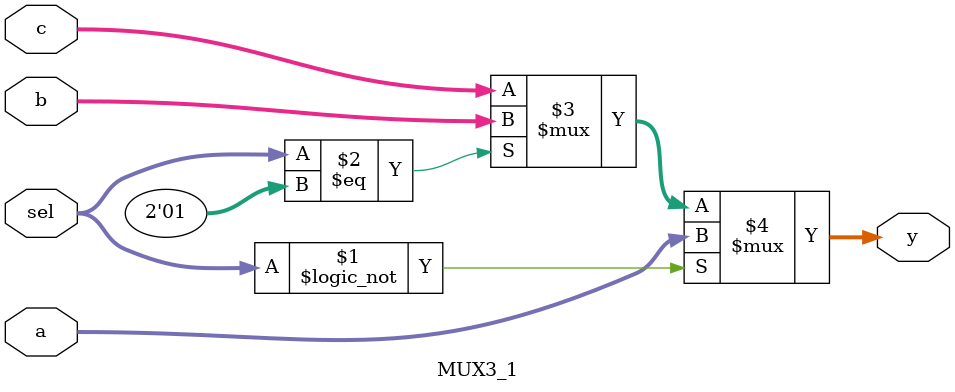
<source format=v>

module MUX3_1( sel, a, b, c, y );
    parameter bitwidth=32;
    input [1:0] sel;
    input  [bitwidth-1:0] a, b, c;
    output [bitwidth-1:0] y;

    assign y = sel == 2'b00 ? a : sel == 2'b01 ? b : c;
endmodule

</source>
